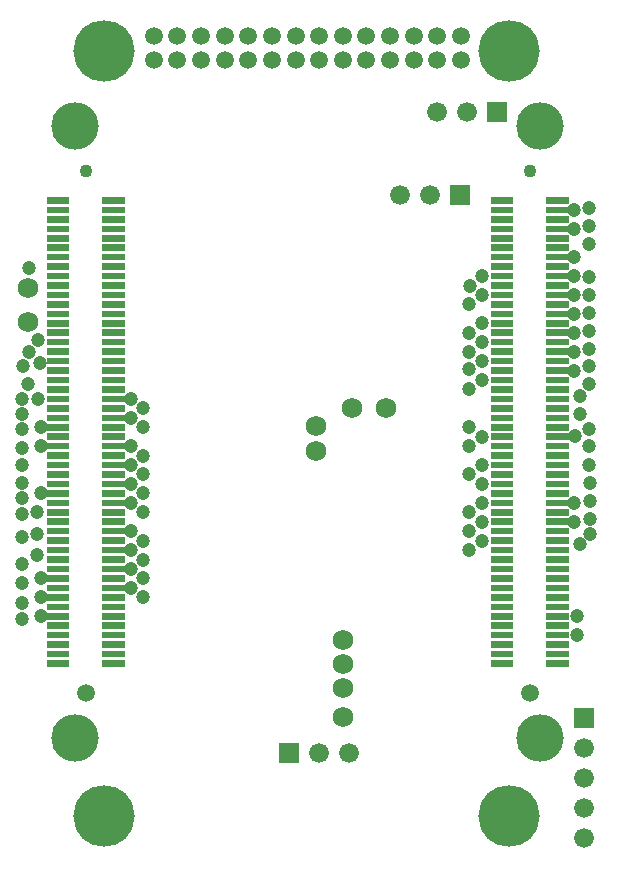
<source format=gbs>
G04 Layer: BottomSolderMaskLayer*
G04 EasyEDA v6.4.31, 2022-04-07 10:18:28*
G04 166d8731ec0749d1b06731797b2d177b,10*
G04 Gerber Generator version 0.2*
G04 Scale: 100 percent, Rotated: No, Reflected: No *
G04 Dimensions in inches *
G04 leading zeros omitted , absolute positions ,3 integer and 6 decimal *
%FSLAX36Y36*%
%MOIN*%

%ADD79C,0.0474*%
%ADD80C,0.1576*%
%ADD81C,0.0592*%
%ADD82C,0.0434*%
%ADD83C,0.0680*%
%ADD84C,0.0660*%
%ADD118C,0.2049*%

%LPD*%
D79*
G01*
X60000Y-875000D03*
G01*
X90000Y-1115000D03*
G01*
X60000Y-1155000D03*
G01*
X95000Y-1190000D03*
G01*
X40000Y-1200000D03*
G01*
X55000Y-1260000D03*
G01*
X90000Y-1310000D03*
G01*
X35000Y-1310000D03*
G01*
X35000Y-1360000D03*
G01*
X100000Y-1404540D03*
G01*
X35000Y-1410000D03*
G01*
X100000Y-1467530D03*
G01*
X35000Y-1475000D03*
G01*
X35000Y-1530000D03*
G01*
X35000Y-1590000D03*
G01*
X100000Y-1625010D03*
G01*
X35000Y-1640000D03*
G01*
X85019Y-1687750D03*
G01*
X35000Y-1695000D03*
G01*
X85000Y-1760000D03*
G01*
X35000Y-1770000D03*
G01*
X85000Y-1830000D03*
G01*
X35000Y-1860000D03*
G01*
X100000Y-1908519D03*
G01*
X35000Y-1925000D03*
G01*
X100000Y-1971500D03*
G01*
X35000Y-1990000D03*
G01*
X100000Y-2034499D03*
G01*
X35000Y-2045000D03*
G01*
X1895000Y-1795000D03*
G01*
X1930000Y-1760000D03*
G01*
X1875000Y-1719540D03*
G01*
X1930000Y-1710000D03*
G01*
X1875000Y-1656550D03*
G01*
X1930000Y-1650000D03*
G01*
X1930000Y-1590000D03*
G01*
X1925000Y-1467530D03*
G01*
X1880000Y-1435000D03*
G01*
X1925000Y-1410000D03*
G01*
X1895000Y-1360000D03*
G01*
X1895000Y-1300000D03*
G01*
X1925000Y-1260000D03*
G01*
X1875000Y-1215560D03*
G01*
X1925000Y-1200000D03*
G01*
X1875000Y-1152570D03*
G01*
X1925000Y-1145000D03*
G01*
X1875000Y-1089580D03*
G01*
X1925000Y-1085000D03*
G01*
X1875000Y-1026590D03*
G01*
X1925000Y-1025000D03*
G01*
X1875000Y-963600D03*
G01*
X1925000Y-965000D03*
G01*
X1875000Y-900599D03*
G01*
X1925000Y-905000D03*
G01*
X1875000Y-837609D03*
G01*
X1925000Y-795000D03*
G01*
X1875000Y-743119D03*
G01*
X1925000Y-735000D03*
G01*
X1875000Y-680129D03*
G01*
X1925000Y-675000D03*
G01*
X1885000Y-2035000D03*
G01*
X1885000Y-2097530D03*
G01*
X1570000Y-900599D03*
G01*
X1530000Y-932100D03*
G01*
X1570000Y-963600D03*
G01*
X1525000Y-995090D03*
G01*
X1570000Y-1058080D03*
G01*
X1525000Y-1089580D03*
G01*
X1570000Y-1121080D03*
G01*
X1525000Y-1152570D03*
G01*
X1570000Y-1184070D03*
G01*
X1525000Y-1210000D03*
G01*
X1570000Y-1247060D03*
G01*
X1525000Y-1278560D03*
G01*
X1525000Y-1404540D03*
G01*
X1570000Y-1436039D03*
G01*
X1525000Y-1467530D03*
G01*
X1570000Y-1530529D03*
G01*
X1525000Y-1562020D03*
G01*
X1570000Y-1593560D03*
G01*
X1570000Y-1656550D03*
G01*
X1525000Y-1688040D03*
G01*
X1570000Y-1719540D03*
G01*
X1525000Y-1751039D03*
G01*
X1570000Y-1782530D03*
G01*
X1525000Y-1814029D03*
G01*
X400000Y-1310050D03*
G01*
X440000Y-1341550D03*
G01*
X440000Y-1971509D03*
G01*
X400000Y-1940000D03*
G01*
X440000Y-1908519D03*
G01*
X400000Y-1876979D03*
G01*
X440000Y-1845489D03*
G01*
X400000Y-1813989D03*
G01*
X440000Y-1782489D03*
G01*
X400000Y-1750999D03*
G01*
X440000Y-1688000D03*
G01*
X400000Y-1656509D03*
G01*
X440000Y-1625010D03*
G01*
X400000Y-1593519D03*
G01*
X440000Y-1562020D03*
G01*
X400000Y-1530520D03*
G01*
X440000Y-1499029D03*
G01*
X400000Y-1467530D03*
G01*
X440000Y-1404540D03*
G01*
X400000Y-1373040D03*
G01*
X1925000Y-1530000D03*
G36*
X1782200Y-2171399D02*
G01*
X1782200Y-2149600D01*
X1857200Y-2149600D01*
X1857200Y-2171399D01*
G37*
G36*
X1782200Y-2202899D02*
G01*
X1782200Y-2181100D01*
X1857200Y-2181100D01*
X1857200Y-2202899D01*
G37*
G36*
X1782200Y-2108400D02*
G01*
X1782200Y-2086599D01*
X1857200Y-2086599D01*
X1857200Y-2108400D01*
G37*
G36*
X1782200Y-2139899D02*
G01*
X1782200Y-2118099D01*
X1857200Y-2118099D01*
X1857200Y-2139899D01*
G37*
G36*
X1782200Y-2045399D02*
G01*
X1782200Y-2023699D01*
X1857200Y-2023699D01*
X1857200Y-2045399D01*
G37*
G36*
X1782200Y-2013899D02*
G01*
X1782200Y-1992199D01*
X1857200Y-1992199D01*
X1857200Y-2013899D01*
G37*
G36*
X1782200Y-1982399D02*
G01*
X1782200Y-1960700D01*
X1857200Y-1960700D01*
X1857200Y-1982399D01*
G37*
G36*
X1782200Y-1950900D02*
G01*
X1782200Y-1929200D01*
X1857200Y-1929200D01*
X1857200Y-1950900D01*
G37*
G36*
X1597200Y-2171399D02*
G01*
X1597200Y-2149600D01*
X1672100Y-2149600D01*
X1672100Y-2171399D01*
G37*
G36*
X1597200Y-2202899D02*
G01*
X1597200Y-2181100D01*
X1672100Y-2181100D01*
X1672100Y-2202899D01*
G37*
G36*
X1597200Y-2108400D02*
G01*
X1597200Y-2086599D01*
X1672100Y-2086599D01*
X1672100Y-2108400D01*
G37*
G36*
X1597200Y-2139899D02*
G01*
X1597200Y-2118099D01*
X1672100Y-2118099D01*
X1672100Y-2139899D01*
G37*
G36*
X1597200Y-2045399D02*
G01*
X1597200Y-2023699D01*
X1672100Y-2023699D01*
X1672100Y-2045399D01*
G37*
G36*
X1597200Y-2013899D02*
G01*
X1597200Y-1992199D01*
X1672100Y-1992199D01*
X1672100Y-2013899D01*
G37*
G36*
X1597200Y-1982399D02*
G01*
X1597200Y-1960700D01*
X1672100Y-1960700D01*
X1672100Y-1982399D01*
G37*
G36*
X1597200Y-1950900D02*
G01*
X1597200Y-1929200D01*
X1672100Y-1929200D01*
X1672100Y-1950900D01*
G37*
G36*
X1782200Y-2076900D02*
G01*
X1782200Y-2055199D01*
X1857200Y-2055199D01*
X1857200Y-2076900D01*
G37*
G36*
X1782200Y-1919499D02*
G01*
X1782200Y-1897699D01*
X1857200Y-1897699D01*
X1857200Y-1919499D01*
G37*
G36*
X1597200Y-2076900D02*
G01*
X1597200Y-2055199D01*
X1672100Y-2055199D01*
X1672100Y-2076900D01*
G37*
G36*
X1597200Y-1919499D02*
G01*
X1597200Y-1897699D01*
X1672100Y-1897699D01*
X1672100Y-1919499D01*
G37*
G36*
X1782200Y-1856399D02*
G01*
X1782200Y-1834600D01*
X1857200Y-1834600D01*
X1857200Y-1856399D01*
G37*
G36*
X1782200Y-1887899D02*
G01*
X1782200Y-1866100D01*
X1857200Y-1866100D01*
X1857200Y-1887899D01*
G37*
G36*
X1782200Y-1793400D02*
G01*
X1782200Y-1771599D01*
X1857200Y-1771599D01*
X1857200Y-1793400D01*
G37*
G36*
X1782200Y-1824899D02*
G01*
X1782200Y-1803099D01*
X1857200Y-1803099D01*
X1857200Y-1824899D01*
G37*
G36*
X1782200Y-1730399D02*
G01*
X1782200Y-1708699D01*
X1857200Y-1708699D01*
X1857200Y-1730399D01*
G37*
G36*
X1782200Y-1698899D02*
G01*
X1782200Y-1677199D01*
X1857200Y-1677199D01*
X1857200Y-1698899D01*
G37*
G36*
X1782200Y-1667399D02*
G01*
X1782200Y-1645700D01*
X1857200Y-1645700D01*
X1857200Y-1667399D01*
G37*
G36*
X1782200Y-1635900D02*
G01*
X1782200Y-1614200D01*
X1857200Y-1614200D01*
X1857200Y-1635900D01*
G37*
G36*
X1782200Y-1572899D02*
G01*
X1782200Y-1551100D01*
X1857200Y-1551100D01*
X1857200Y-1572899D01*
G37*
G36*
X1782200Y-1541399D02*
G01*
X1782200Y-1519600D01*
X1857200Y-1519600D01*
X1857200Y-1541399D01*
G37*
G36*
X1782200Y-1509899D02*
G01*
X1782200Y-1488099D01*
X1857200Y-1488099D01*
X1857200Y-1509899D01*
G37*
G36*
X1782200Y-1478400D02*
G01*
X1782200Y-1456599D01*
X1857200Y-1456599D01*
X1857200Y-1478400D01*
G37*
G36*
X1782200Y-1383899D02*
G01*
X1782200Y-1362199D01*
X1857200Y-1362199D01*
X1857200Y-1383899D01*
G37*
G36*
X1782200Y-1415399D02*
G01*
X1782200Y-1393699D01*
X1857200Y-1393699D01*
X1857200Y-1415399D01*
G37*
G36*
X1782200Y-1320900D02*
G01*
X1782200Y-1299200D01*
X1857200Y-1299200D01*
X1857200Y-1320900D01*
G37*
G36*
X1782200Y-1258000D02*
G01*
X1782200Y-1236199D01*
X1857200Y-1236199D01*
X1857200Y-1258000D01*
G37*
G36*
X1782200Y-1226500D02*
G01*
X1782200Y-1204699D01*
X1857200Y-1204699D01*
X1857200Y-1226500D01*
G37*
G36*
X1782200Y-1131999D02*
G01*
X1782200Y-1110199D01*
X1857200Y-1110199D01*
X1857200Y-1131999D01*
G37*
G36*
X1782200Y-1163499D02*
G01*
X1782200Y-1141700D01*
X1857200Y-1141700D01*
X1857200Y-1163499D01*
G37*
G36*
X1782200Y-1069000D02*
G01*
X1782200Y-1047199D01*
X1857200Y-1047199D01*
X1857200Y-1069000D01*
G37*
G36*
X1782200Y-1100500D02*
G01*
X1782200Y-1078699D01*
X1857200Y-1078699D01*
X1857200Y-1100500D01*
G37*
G36*
X1782200Y-1005999D02*
G01*
X1782200Y-984200D01*
X1857200Y-984200D01*
X1857200Y-1005999D01*
G37*
G36*
X1782200Y-974499D02*
G01*
X1782200Y-952699D01*
X1857200Y-952699D01*
X1857200Y-974499D01*
G37*
G36*
X1782200Y-943000D02*
G01*
X1782200Y-921199D01*
X1857200Y-921199D01*
X1857200Y-943000D01*
G37*
G36*
X1782200Y-911500D02*
G01*
X1782200Y-889699D01*
X1857200Y-889699D01*
X1857200Y-911500D01*
G37*
G36*
X1782200Y-816999D02*
G01*
X1782200Y-795199D01*
X1857200Y-795199D01*
X1857200Y-816999D01*
G37*
G36*
X1782200Y-848499D02*
G01*
X1782200Y-826700D01*
X1857200Y-826700D01*
X1857200Y-848499D01*
G37*
G36*
X1782200Y-754000D02*
G01*
X1782200Y-732199D01*
X1857200Y-732199D01*
X1857200Y-754000D01*
G37*
G36*
X1782200Y-785500D02*
G01*
X1782200Y-763699D01*
X1857200Y-763699D01*
X1857200Y-785500D01*
G37*
G36*
X1782200Y-690999D02*
G01*
X1782200Y-669200D01*
X1857200Y-669200D01*
X1857200Y-690999D01*
G37*
G36*
X1782200Y-659499D02*
G01*
X1782200Y-637800D01*
X1857200Y-637800D01*
X1857200Y-659499D01*
G37*
G36*
X1597200Y-1856399D02*
G01*
X1597200Y-1834600D01*
X1672100Y-1834600D01*
X1672100Y-1856399D01*
G37*
G36*
X1597200Y-1887899D02*
G01*
X1597200Y-1866100D01*
X1672100Y-1866100D01*
X1672100Y-1887899D01*
G37*
G36*
X1597200Y-1793400D02*
G01*
X1597200Y-1771599D01*
X1672100Y-1771599D01*
X1672100Y-1793400D01*
G37*
G36*
X1597200Y-1824899D02*
G01*
X1597200Y-1803099D01*
X1672100Y-1803099D01*
X1672100Y-1824899D01*
G37*
G36*
X1597200Y-1730399D02*
G01*
X1597200Y-1708699D01*
X1672100Y-1708699D01*
X1672100Y-1730399D01*
G37*
G36*
X1597200Y-1698899D02*
G01*
X1597200Y-1677199D01*
X1672100Y-1677199D01*
X1672100Y-1698899D01*
G37*
G36*
X1597200Y-1667399D02*
G01*
X1597200Y-1645700D01*
X1672100Y-1645700D01*
X1672100Y-1667399D01*
G37*
G36*
X1597200Y-1635900D02*
G01*
X1597200Y-1614200D01*
X1672100Y-1614200D01*
X1672100Y-1635900D01*
G37*
G36*
X1597200Y-1572899D02*
G01*
X1597200Y-1551100D01*
X1672100Y-1551100D01*
X1672100Y-1572899D01*
G37*
G36*
X1597200Y-1541399D02*
G01*
X1597200Y-1519600D01*
X1672100Y-1519600D01*
X1672100Y-1541399D01*
G37*
G36*
X1597200Y-1478400D02*
G01*
X1597200Y-1456599D01*
X1672100Y-1456599D01*
X1672100Y-1478400D01*
G37*
G36*
X1597200Y-1509899D02*
G01*
X1597200Y-1488099D01*
X1672100Y-1488099D01*
X1672100Y-1509899D01*
G37*
G36*
X1597200Y-1383899D02*
G01*
X1597200Y-1362199D01*
X1672100Y-1362199D01*
X1672100Y-1383899D01*
G37*
G36*
X1597200Y-1415399D02*
G01*
X1597200Y-1393699D01*
X1672100Y-1393699D01*
X1672100Y-1415399D01*
G37*
G36*
X1597200Y-1320900D02*
G01*
X1597200Y-1299200D01*
X1672100Y-1299200D01*
X1672100Y-1320900D01*
G37*
G36*
X1597200Y-1226500D02*
G01*
X1597200Y-1204699D01*
X1672100Y-1204699D01*
X1672100Y-1226500D01*
G37*
G36*
X1597200Y-1258000D02*
G01*
X1597200Y-1236199D01*
X1672100Y-1236199D01*
X1672100Y-1258000D01*
G37*
G36*
X1597200Y-1131999D02*
G01*
X1597200Y-1110199D01*
X1672100Y-1110199D01*
X1672100Y-1131999D01*
G37*
G36*
X1597200Y-1163499D02*
G01*
X1597200Y-1141700D01*
X1672100Y-1141700D01*
X1672100Y-1163499D01*
G37*
G36*
X1597200Y-1100500D02*
G01*
X1597200Y-1078699D01*
X1672100Y-1078699D01*
X1672100Y-1100500D01*
G37*
G36*
X1597200Y-1069000D02*
G01*
X1597200Y-1047199D01*
X1672100Y-1047199D01*
X1672100Y-1069000D01*
G37*
G36*
X1597200Y-1005999D02*
G01*
X1597200Y-984200D01*
X1672100Y-984200D01*
X1672100Y-1005999D01*
G37*
G36*
X1597200Y-974499D02*
G01*
X1597200Y-952699D01*
X1672100Y-952699D01*
X1672100Y-974499D01*
G37*
G36*
X1597200Y-943000D02*
G01*
X1597200Y-921199D01*
X1672100Y-921199D01*
X1672100Y-943000D01*
G37*
G36*
X1597200Y-911500D02*
G01*
X1597200Y-889699D01*
X1672100Y-889699D01*
X1672100Y-911500D01*
G37*
G36*
X1597200Y-816999D02*
G01*
X1597200Y-795199D01*
X1672100Y-795199D01*
X1672100Y-816999D01*
G37*
G36*
X1597200Y-848499D02*
G01*
X1597200Y-826700D01*
X1672100Y-826700D01*
X1672100Y-848499D01*
G37*
G36*
X1597200Y-754000D02*
G01*
X1597200Y-732199D01*
X1672100Y-732199D01*
X1672100Y-754000D01*
G37*
G36*
X1597200Y-785500D02*
G01*
X1597200Y-763699D01*
X1672100Y-763699D01*
X1672100Y-785500D01*
G37*
G36*
X1597200Y-659499D02*
G01*
X1597200Y-637800D01*
X1672100Y-637800D01*
X1672100Y-659499D01*
G37*
G36*
X1597200Y-690999D02*
G01*
X1597200Y-669200D01*
X1672100Y-669200D01*
X1672100Y-690999D01*
G37*
G36*
X1782200Y-1761900D02*
G01*
X1782200Y-1740199D01*
X1857200Y-1740199D01*
X1857200Y-1761900D01*
G37*
G36*
X1782200Y-1446900D02*
G01*
X1782200Y-1425199D01*
X1857200Y-1425199D01*
X1857200Y-1446900D01*
G37*
G36*
X1782200Y-1604499D02*
G01*
X1782200Y-1582699D01*
X1857200Y-1582699D01*
X1857200Y-1604499D01*
G37*
G36*
X1782200Y-1352399D02*
G01*
X1782200Y-1330700D01*
X1857200Y-1330700D01*
X1857200Y-1352399D01*
G37*
G36*
X1782200Y-1289499D02*
G01*
X1782200Y-1267699D01*
X1857200Y-1267699D01*
X1857200Y-1289499D01*
G37*
G36*
X1782200Y-1195000D02*
G01*
X1782200Y-1173200D01*
X1857200Y-1173200D01*
X1857200Y-1195000D01*
G37*
G36*
X1782200Y-1037500D02*
G01*
X1782200Y-1015700D01*
X1857200Y-1015700D01*
X1857200Y-1037500D01*
G37*
G36*
X1782200Y-880000D02*
G01*
X1782200Y-858200D01*
X1857200Y-858200D01*
X1857200Y-880000D01*
G37*
G36*
X1782200Y-722500D02*
G01*
X1782200Y-700700D01*
X1857200Y-700700D01*
X1857200Y-722500D01*
G37*
G36*
X1597200Y-1761900D02*
G01*
X1597200Y-1740199D01*
X1672100Y-1740199D01*
X1672100Y-1761900D01*
G37*
G36*
X1597200Y-1446900D02*
G01*
X1597200Y-1425199D01*
X1672100Y-1425199D01*
X1672100Y-1446900D01*
G37*
G36*
X1597200Y-1604499D02*
G01*
X1597200Y-1582699D01*
X1672100Y-1582699D01*
X1672100Y-1604499D01*
G37*
G36*
X1597200Y-1352399D02*
G01*
X1597200Y-1330700D01*
X1672100Y-1330700D01*
X1672100Y-1352399D01*
G37*
G36*
X1597200Y-1289499D02*
G01*
X1597200Y-1267699D01*
X1672100Y-1267699D01*
X1672100Y-1289499D01*
G37*
G36*
X1597200Y-1195000D02*
G01*
X1597200Y-1173200D01*
X1672100Y-1173200D01*
X1672100Y-1195000D01*
G37*
G36*
X1597200Y-1037500D02*
G01*
X1597200Y-1015700D01*
X1672100Y-1015700D01*
X1672100Y-1037500D01*
G37*
G36*
X1597200Y-880000D02*
G01*
X1597200Y-858200D01*
X1672100Y-858200D01*
X1672100Y-880000D01*
G37*
G36*
X1597200Y-722500D02*
G01*
X1597200Y-700700D01*
X1672100Y-700700D01*
X1672100Y-722500D01*
G37*
G36*
X117500Y-2108400D02*
G01*
X117500Y-2086599D01*
X192399Y-2086599D01*
X192399Y-2108400D01*
G37*
G36*
X117500Y-2076900D02*
G01*
X117500Y-2055100D01*
X192399Y-2055100D01*
X192399Y-2076900D01*
G37*
G36*
X302500Y-2076900D02*
G01*
X302500Y-2055100D01*
X377500Y-2055100D01*
X377500Y-2076900D01*
G37*
G36*
X117500Y-2045399D02*
G01*
X117500Y-2023600D01*
X192399Y-2023600D01*
X192399Y-2045399D01*
G37*
G36*
X302500Y-2045399D02*
G01*
X302500Y-2023600D01*
X377500Y-2023600D01*
X377500Y-2045399D01*
G37*
G36*
X117500Y-2013899D02*
G01*
X117500Y-1992100D01*
X192399Y-1992100D01*
X192399Y-2013899D01*
G37*
G36*
X302500Y-2108400D02*
G01*
X302500Y-2086599D01*
X377500Y-2086599D01*
X377500Y-2108400D01*
G37*
G36*
X302500Y-2013899D02*
G01*
X302500Y-1992100D01*
X377500Y-1992100D01*
X377500Y-2013899D01*
G37*
G36*
X302500Y-1982399D02*
G01*
X302500Y-1960599D01*
X377500Y-1960599D01*
X377500Y-1982399D01*
G37*
G36*
X117500Y-1982399D02*
G01*
X117500Y-1960599D01*
X192399Y-1960599D01*
X192399Y-1982399D01*
G37*
G36*
X302500Y-1258000D02*
G01*
X302500Y-1236199D01*
X377500Y-1236199D01*
X377500Y-1258000D01*
G37*
G36*
X302500Y-1887899D02*
G01*
X302500Y-1866100D01*
X377500Y-1866100D01*
X377500Y-1887899D01*
G37*
G36*
X302500Y-1320900D02*
G01*
X302500Y-1299200D01*
X377500Y-1299200D01*
X377500Y-1320900D01*
G37*
G36*
X302500Y-1383899D02*
G01*
X302500Y-1362199D01*
X377500Y-1362199D01*
X377500Y-1383899D01*
G37*
G36*
X302500Y-2139899D02*
G01*
X302500Y-2118099D01*
X377500Y-2118099D01*
X377500Y-2139899D01*
G37*
G36*
X117500Y-2139899D02*
G01*
X117500Y-2118099D01*
X192399Y-2118099D01*
X192399Y-2139899D01*
G37*
G36*
X302500Y-2171399D02*
G01*
X302500Y-2149600D01*
X377500Y-2149600D01*
X377500Y-2171399D01*
G37*
G36*
X117500Y-2171399D02*
G01*
X117500Y-2149600D01*
X192399Y-2149600D01*
X192399Y-2171399D01*
G37*
G36*
X302500Y-2202899D02*
G01*
X302500Y-2181100D01*
X377500Y-2181100D01*
X377500Y-2202899D01*
G37*
G36*
X117500Y-2202899D02*
G01*
X117500Y-2181100D01*
X192399Y-2181100D01*
X192399Y-2202899D01*
G37*
G36*
X302500Y-1761900D02*
G01*
X302500Y-1740100D01*
X377500Y-1740100D01*
X377500Y-1761900D01*
G37*
G36*
X302500Y-1131999D02*
G01*
X302500Y-1110199D01*
X377500Y-1110199D01*
X377500Y-1131999D01*
G37*
G36*
X117500Y-1131999D02*
G01*
X117500Y-1110199D01*
X192399Y-1110199D01*
X192399Y-1131999D01*
G37*
G36*
X302500Y-1415399D02*
G01*
X302500Y-1393699D01*
X377500Y-1393699D01*
X377500Y-1415399D01*
G37*
G36*
X302500Y-1698899D02*
G01*
X302500Y-1677100D01*
X377500Y-1677100D01*
X377500Y-1698899D01*
G37*
G36*
X117500Y-1698899D02*
G01*
X117500Y-1677100D01*
X192399Y-1677100D01*
X192399Y-1698899D01*
G37*
G36*
X117500Y-1415399D02*
G01*
X117500Y-1393699D01*
X192399Y-1393699D01*
X192399Y-1415399D01*
G37*
G36*
X302500Y-1352399D02*
G01*
X302500Y-1330700D01*
X377500Y-1330700D01*
X377500Y-1352399D01*
G37*
G36*
X117500Y-1352399D02*
G01*
X117500Y-1330700D01*
X192399Y-1330700D01*
X192399Y-1352399D01*
G37*
G36*
X117500Y-1037500D02*
G01*
X117500Y-1015700D01*
X192399Y-1015700D01*
X192399Y-1037500D01*
G37*
G36*
X302500Y-1069000D02*
G01*
X302500Y-1047199D01*
X377500Y-1047199D01*
X377500Y-1069000D01*
G37*
G36*
X117500Y-1383899D02*
G01*
X117500Y-1362199D01*
X192399Y-1362199D01*
X192399Y-1383899D01*
G37*
G36*
X117500Y-1069000D02*
G01*
X117500Y-1047199D01*
X192399Y-1047199D01*
X192399Y-1069000D01*
G37*
G36*
X117500Y-1446900D02*
G01*
X117500Y-1425199D01*
X192399Y-1425199D01*
X192399Y-1446900D01*
G37*
G36*
X302500Y-1037500D02*
G01*
X302500Y-1015700D01*
X377500Y-1015700D01*
X377500Y-1037500D01*
G37*
G36*
X302500Y-1289499D02*
G01*
X302500Y-1267699D01*
X377500Y-1267699D01*
X377500Y-1289499D01*
G37*
G36*
X117500Y-1635900D02*
G01*
X117500Y-1614099D01*
X192399Y-1614099D01*
X192399Y-1635900D01*
G37*
G36*
X117500Y-1667399D02*
G01*
X117500Y-1645599D01*
X192399Y-1645599D01*
X192399Y-1667399D01*
G37*
G36*
X117500Y-1887899D02*
G01*
X117500Y-1866100D01*
X192399Y-1866100D01*
X192399Y-1887899D01*
G37*
G36*
X117500Y-1541399D02*
G01*
X117500Y-1519600D01*
X192399Y-1519600D01*
X192399Y-1541399D01*
G37*
G36*
X117500Y-1320900D02*
G01*
X117500Y-1299200D01*
X192399Y-1299200D01*
X192399Y-1320900D01*
G37*
G36*
X117500Y-1730399D02*
G01*
X117500Y-1708600D01*
X192399Y-1708600D01*
X192399Y-1730399D01*
G37*
G36*
X117500Y-1856399D02*
G01*
X117500Y-1834600D01*
X192399Y-1834600D01*
X192399Y-1856399D01*
G37*
G36*
X117500Y-1604400D02*
G01*
X117500Y-1582600D01*
X192399Y-1582600D01*
X192399Y-1604400D01*
G37*
G36*
X117500Y-1509899D02*
G01*
X117500Y-1488099D01*
X192399Y-1488099D01*
X192399Y-1509899D01*
G37*
G36*
X117500Y-1258000D02*
G01*
X117500Y-1236199D01*
X192399Y-1236199D01*
X192399Y-1258000D01*
G37*
G36*
X117500Y-1572899D02*
G01*
X117500Y-1551100D01*
X192399Y-1551100D01*
X192399Y-1572899D01*
G37*
G36*
X117500Y-1761900D02*
G01*
X117500Y-1740100D01*
X192399Y-1740100D01*
X192399Y-1761900D01*
G37*
G36*
X117500Y-1289499D02*
G01*
X117500Y-1267699D01*
X192399Y-1267699D01*
X192399Y-1289499D01*
G37*
G36*
X117500Y-974499D02*
G01*
X117500Y-952699D01*
X192399Y-952699D01*
X192399Y-974499D01*
G37*
G36*
X117500Y-1005999D02*
G01*
X117500Y-984200D01*
X192399Y-984200D01*
X192399Y-1005999D01*
G37*
G36*
X117500Y-1100500D02*
G01*
X117500Y-1078699D01*
X192399Y-1078699D01*
X192399Y-1100500D01*
G37*
G36*
X117500Y-1919400D02*
G01*
X117500Y-1897600D01*
X192399Y-1897600D01*
X192399Y-1919400D01*
G37*
G36*
X117500Y-1950900D02*
G01*
X117500Y-1929099D01*
X192399Y-1929099D01*
X192399Y-1950900D01*
G37*
G36*
X302500Y-1919400D02*
G01*
X302500Y-1897600D01*
X377500Y-1897600D01*
X377500Y-1919400D01*
G37*
G36*
X302500Y-1950900D02*
G01*
X302500Y-1929099D01*
X377500Y-1929099D01*
X377500Y-1950900D01*
G37*
G36*
X302500Y-1005999D02*
G01*
X302500Y-984200D01*
X377500Y-984200D01*
X377500Y-1005999D01*
G37*
G36*
X117500Y-1793400D02*
G01*
X117500Y-1771599D01*
X192399Y-1771599D01*
X192399Y-1793400D01*
G37*
G36*
X117500Y-1824899D02*
G01*
X117500Y-1803099D01*
X192399Y-1803099D01*
X192399Y-1824899D01*
G37*
G36*
X302500Y-1446900D02*
G01*
X302500Y-1425199D01*
X377500Y-1425199D01*
X377500Y-1446900D01*
G37*
G36*
X302500Y-1478400D02*
G01*
X302500Y-1456599D01*
X377500Y-1456599D01*
X377500Y-1478400D01*
G37*
G36*
X117500Y-1478400D02*
G01*
X117500Y-1456599D01*
X192399Y-1456599D01*
X192399Y-1478400D01*
G37*
G36*
X302500Y-974499D02*
G01*
X302500Y-952699D01*
X377500Y-952699D01*
X377500Y-974499D01*
G37*
G36*
X117500Y-1226500D02*
G01*
X117500Y-1204699D01*
X192399Y-1204699D01*
X192399Y-1226500D01*
G37*
G36*
X302500Y-1163499D02*
G01*
X302500Y-1141700D01*
X377500Y-1141700D01*
X377500Y-1163499D01*
G37*
G36*
X302500Y-1195000D02*
G01*
X302500Y-1173200D01*
X377500Y-1173200D01*
X377500Y-1195000D01*
G37*
G36*
X302500Y-1100500D02*
G01*
X302500Y-1078699D01*
X377500Y-1078699D01*
X377500Y-1100500D01*
G37*
G36*
X117500Y-1163499D02*
G01*
X117500Y-1141700D01*
X192399Y-1141700D01*
X192399Y-1163499D01*
G37*
G36*
X117500Y-1195000D02*
G01*
X117500Y-1173200D01*
X192399Y-1173200D01*
X192399Y-1195000D01*
G37*
G36*
X302500Y-1226500D02*
G01*
X302500Y-1204699D01*
X377500Y-1204699D01*
X377500Y-1226500D01*
G37*
G36*
X302500Y-1572899D02*
G01*
X302500Y-1551100D01*
X377500Y-1551100D01*
X377500Y-1572899D01*
G37*
G36*
X302500Y-1667399D02*
G01*
X302500Y-1645599D01*
X377500Y-1645599D01*
X377500Y-1667399D01*
G37*
G36*
X302500Y-1604400D02*
G01*
X302500Y-1582600D01*
X377500Y-1582600D01*
X377500Y-1604400D01*
G37*
G36*
X302500Y-1824899D02*
G01*
X302500Y-1803099D01*
X377500Y-1803099D01*
X377500Y-1824899D01*
G37*
G36*
X302500Y-1541399D02*
G01*
X302500Y-1519600D01*
X377500Y-1519600D01*
X377500Y-1541399D01*
G37*
G36*
X302500Y-1635900D02*
G01*
X302500Y-1614099D01*
X377500Y-1614099D01*
X377500Y-1635900D01*
G37*
G36*
X302500Y-1856399D02*
G01*
X302500Y-1834600D01*
X377500Y-1834600D01*
X377500Y-1856399D01*
G37*
G36*
X302500Y-1509899D02*
G01*
X302500Y-1488099D01*
X377500Y-1488099D01*
X377500Y-1509899D01*
G37*
G36*
X302500Y-1793400D02*
G01*
X302500Y-1771599D01*
X377500Y-1771599D01*
X377500Y-1793400D01*
G37*
G36*
X302500Y-1730399D02*
G01*
X302500Y-1708600D01*
X377500Y-1708600D01*
X377500Y-1730399D01*
G37*
G36*
X302500Y-943000D02*
G01*
X302500Y-921199D01*
X377500Y-921199D01*
X377500Y-943000D01*
G37*
G36*
X302500Y-816999D02*
G01*
X302500Y-795199D01*
X377500Y-795199D01*
X377500Y-816999D01*
G37*
G36*
X117500Y-816999D02*
G01*
X117500Y-795199D01*
X192399Y-795199D01*
X192399Y-816999D01*
G37*
G36*
X117500Y-722500D02*
G01*
X117500Y-700700D01*
X192399Y-700700D01*
X192399Y-722500D01*
G37*
G36*
X302500Y-754000D02*
G01*
X302500Y-732199D01*
X377500Y-732199D01*
X377500Y-754000D01*
G37*
G36*
X117500Y-754000D02*
G01*
X117500Y-732199D01*
X192399Y-732199D01*
X192399Y-754000D01*
G37*
G36*
X302500Y-722500D02*
G01*
X302500Y-700700D01*
X377500Y-700700D01*
X377500Y-722500D01*
G37*
G36*
X117500Y-943000D02*
G01*
X117500Y-921199D01*
X192399Y-921199D01*
X192399Y-943000D01*
G37*
G36*
X117500Y-659499D02*
G01*
X117500Y-637800D01*
X192399Y-637800D01*
X192399Y-659499D01*
G37*
G36*
X117500Y-690999D02*
G01*
X117500Y-669200D01*
X192399Y-669200D01*
X192399Y-690999D01*
G37*
G36*
X117500Y-785500D02*
G01*
X117500Y-763699D01*
X192399Y-763699D01*
X192399Y-785500D01*
G37*
G36*
X302500Y-690999D02*
G01*
X302500Y-669200D01*
X377500Y-669200D01*
X377500Y-690999D01*
G37*
G36*
X302500Y-659499D02*
G01*
X302500Y-637800D01*
X377500Y-637800D01*
X377500Y-659499D01*
G37*
G36*
X117500Y-911500D02*
G01*
X117500Y-889699D01*
X192399Y-889699D01*
X192399Y-911500D01*
G37*
G36*
X302500Y-848499D02*
G01*
X302500Y-826700D01*
X377500Y-826700D01*
X377500Y-848499D01*
G37*
G36*
X302500Y-880000D02*
G01*
X302500Y-858200D01*
X377500Y-858200D01*
X377500Y-880000D01*
G37*
G36*
X302500Y-785500D02*
G01*
X302500Y-763699D01*
X377500Y-763699D01*
X377500Y-785500D01*
G37*
G36*
X117500Y-848499D02*
G01*
X117500Y-826700D01*
X192399Y-826700D01*
X192399Y-848499D01*
G37*
G36*
X117500Y-880000D02*
G01*
X117500Y-858200D01*
X192399Y-858200D01*
X192399Y-880000D01*
G37*
G36*
X302500Y-911500D02*
G01*
X302500Y-889699D01*
X377500Y-889699D01*
X377500Y-911500D01*
G37*
D80*
G01*
X211500Y-399149D03*
D81*
G01*
X1727169Y-2291329D03*
D82*
G01*
X1727169Y-549169D03*
D80*
G01*
X1763149Y-399149D03*
G01*
X1763149Y-2441350D03*
G01*
X211500Y-2441350D03*
D81*
G01*
X247480Y-2291329D03*
D82*
G01*
X247480Y-549169D03*
D83*
G01*
X55000Y-940000D03*
G01*
X1105000Y-2115000D03*
G01*
X1105000Y-2195000D03*
G01*
X55000Y-1055000D03*
D84*
G01*
X1910000Y-2775000D03*
G01*
X1910000Y-2675000D03*
G01*
X1910000Y-2575000D03*
G01*
X1910000Y-2475000D03*
G36*
X1876999Y-2408000D02*
G01*
X1876999Y-2341999D01*
X1943000Y-2341999D01*
X1943000Y-2408000D01*
G37*
G01*
X1420000Y-355000D03*
G01*
X1520000Y-355000D03*
G36*
X1586999Y-388000D02*
G01*
X1586999Y-321999D01*
X1653000Y-321999D01*
X1653000Y-388000D01*
G37*
G01*
X1125000Y-2490000D03*
G01*
X1025000Y-2490000D03*
G36*
X891999Y-2523000D02*
G01*
X891999Y-2456999D01*
X958000Y-2456999D01*
X958000Y-2523000D01*
G37*
G01*
X1295000Y-630000D03*
G01*
X1395000Y-630000D03*
G36*
X1461999Y-663000D02*
G01*
X1461999Y-596999D01*
X1528000Y-596999D01*
X1528000Y-663000D01*
G37*
D83*
G01*
X1135000Y-1340000D03*
G01*
X1250000Y-1340000D03*
G01*
X1105000Y-2275000D03*
D81*
G01*
X475030Y-99980D03*
G01*
X475030Y-178719D03*
G01*
X553769Y-99980D03*
G01*
X553769Y-178719D03*
G01*
X632510Y-178719D03*
G01*
X632510Y-99980D03*
G01*
X789989Y-99980D03*
G01*
X789989Y-178719D03*
G01*
X711250Y-178719D03*
G01*
X711250Y-99980D03*
G01*
X947470Y-99980D03*
G01*
X947470Y-178719D03*
G01*
X868729Y-178719D03*
G01*
X868729Y-99980D03*
G01*
X1104949Y-99980D03*
G01*
X1104949Y-178719D03*
G01*
X1026210Y-178719D03*
G01*
X1026210Y-99980D03*
G01*
X1262430Y-99980D03*
G01*
X1262430Y-178719D03*
G01*
X1183689Y-178719D03*
G01*
X1183689Y-99980D03*
G01*
X1419909Y-99980D03*
G01*
X1419909Y-178719D03*
G01*
X1341170Y-178719D03*
G01*
X1341170Y-99980D03*
G01*
X1498649Y-178719D03*
G01*
X1498649Y-99980D03*
D83*
G01*
X1015000Y-1400000D03*
G01*
X1015000Y-1485000D03*
G01*
X1105000Y-2370000D03*
D118*
G01*
X310000Y-150000D03*
G01*
X1660000Y-150000D03*
G01*
X310000Y-2700000D03*
G01*
X1660000Y-2700000D03*
M02*

</source>
